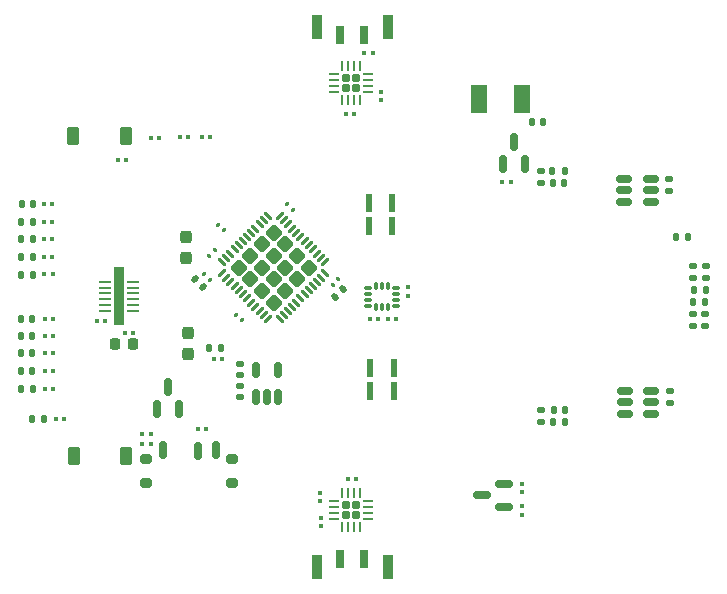
<source format=gbr>
%TF.GenerationSoftware,KiCad,Pcbnew,8.0.4-8.0.4-0~ubuntu22.04.1*%
%TF.CreationDate,2025-02-28T00:25:37+09:00*%
%TF.ProjectId,main,6d61696e-2e6b-4696-9361-645f70636258,rev?*%
%TF.SameCoordinates,Original*%
%TF.FileFunction,Paste,Top*%
%TF.FilePolarity,Positive*%
%FSLAX46Y46*%
G04 Gerber Fmt 4.6, Leading zero omitted, Abs format (unit mm)*
G04 Created by KiCad (PCBNEW 8.0.4-8.0.4-0~ubuntu22.04.1) date 2025-02-28 00:25:37*
%MOMM*%
%LPD*%
G01*
G04 APERTURE LIST*
G04 Aperture macros list*
%AMRoundRect*
0 Rectangle with rounded corners*
0 $1 Rounding radius*
0 $2 $3 $4 $5 $6 $7 $8 $9 X,Y pos of 4 corners*
0 Add a 4 corners polygon primitive as box body*
4,1,4,$2,$3,$4,$5,$6,$7,$8,$9,$2,$3,0*
0 Add four circle primitives for the rounded corners*
1,1,$1+$1,$2,$3*
1,1,$1+$1,$4,$5*
1,1,$1+$1,$6,$7*
1,1,$1+$1,$8,$9*
0 Add four rect primitives between the rounded corners*
20,1,$1+$1,$2,$3,$4,$5,0*
20,1,$1+$1,$4,$5,$6,$7,0*
20,1,$1+$1,$6,$7,$8,$9,0*
20,1,$1+$1,$8,$9,$2,$3,0*%
G04 Aperture macros list end*
%ADD10RoundRect,0.135000X0.135000X0.185000X-0.135000X0.185000X-0.135000X-0.185000X0.135000X-0.185000X0*%
%ADD11RoundRect,0.225000X0.225000X0.250000X-0.225000X0.250000X-0.225000X-0.250000X0.225000X-0.250000X0*%
%ADD12RoundRect,0.079500X0.127279X0.014849X0.014849X0.127279X-0.127279X-0.014849X-0.014849X-0.127279X0*%
%ADD13RoundRect,0.062500X0.220971X-0.309359X0.309359X-0.220971X-0.220971X0.309359X-0.309359X0.220971X0*%
%ADD14RoundRect,0.062500X-0.220971X-0.309359X0.309359X0.220971X0.220971X0.309359X-0.309359X-0.220971X0*%
%ADD15RoundRect,0.250000X0.000000X-0.445477X0.445477X0.000000X0.000000X0.445477X-0.445477X0.000000X0*%
%ADD16RoundRect,0.262500X-0.262500X-0.537500X0.262500X-0.537500X0.262500X0.537500X-0.262500X0.537500X0*%
%ADD17RoundRect,0.079500X-0.079500X-0.100500X0.079500X-0.100500X0.079500X0.100500X-0.079500X0.100500X0*%
%ADD18RoundRect,0.135000X-0.135000X-0.185000X0.135000X-0.185000X0.135000X0.185000X-0.135000X0.185000X0*%
%ADD19RoundRect,0.147500X-0.147500X-0.172500X0.147500X-0.172500X0.147500X0.172500X-0.147500X0.172500X0*%
%ADD20RoundRect,0.237500X-0.237500X0.287500X-0.237500X-0.287500X0.237500X-0.287500X0.237500X0.287500X0*%
%ADD21RoundRect,0.079500X0.079500X0.100500X-0.079500X0.100500X-0.079500X-0.100500X0.079500X-0.100500X0*%
%ADD22RoundRect,0.140000X-0.170000X0.140000X-0.170000X-0.140000X0.170000X-0.140000X0.170000X0.140000X0*%
%ADD23RoundRect,0.135000X0.185000X-0.135000X0.185000X0.135000X-0.185000X0.135000X-0.185000X-0.135000X0*%
%ADD24RoundRect,0.150000X-0.512500X-0.150000X0.512500X-0.150000X0.512500X0.150000X-0.512500X0.150000X0*%
%ADD25RoundRect,0.135000X-0.185000X0.135000X-0.185000X-0.135000X0.185000X-0.135000X0.185000X0.135000X0*%
%ADD26RoundRect,0.079500X-0.127279X-0.014849X-0.014849X-0.127279X0.127279X0.014849X0.014849X0.127279X0*%
%ADD27R,0.900000X5.000000*%
%ADD28R,1.000000X0.280000*%
%ADD29RoundRect,0.079500X0.100500X-0.079500X0.100500X0.079500X-0.100500X0.079500X-0.100500X-0.079500X0*%
%ADD30RoundRect,0.140000X0.021213X-0.219203X0.219203X-0.021213X-0.021213X0.219203X-0.219203X0.021213X0*%
%ADD31RoundRect,0.062500X0.325000X-0.062500X0.325000X0.062500X-0.325000X0.062500X-0.325000X-0.062500X0*%
%ADD32RoundRect,0.062500X0.062500X-0.325000X0.062500X0.325000X-0.062500X0.325000X-0.062500X-0.325000X0*%
%ADD33RoundRect,0.177500X0.177500X-0.177500X0.177500X0.177500X-0.177500X0.177500X-0.177500X-0.177500X0*%
%ADD34R,1.450000X2.400000*%
%ADD35RoundRect,0.087500X-0.087500X-0.225000X0.087500X-0.225000X0.087500X0.225000X-0.087500X0.225000X0*%
%ADD36RoundRect,0.087500X-0.225000X-0.087500X0.225000X-0.087500X0.225000X0.087500X-0.225000X0.087500X0*%
%ADD37RoundRect,0.175000X-0.175000X-0.575000X0.175000X-0.575000X0.175000X0.575000X-0.175000X0.575000X0*%
%ADD38RoundRect,0.200000X-0.300000X-0.200000X0.300000X-0.200000X0.300000X0.200000X-0.300000X0.200000X0*%
%ADD39RoundRect,0.140000X-0.140000X-0.170000X0.140000X-0.170000X0.140000X0.170000X-0.140000X0.170000X0*%
%ADD40RoundRect,0.237500X0.237500X-0.287500X0.237500X0.287500X-0.237500X0.287500X-0.237500X-0.287500X0*%
%ADD41RoundRect,0.140000X0.140000X0.170000X-0.140000X0.170000X-0.140000X-0.170000X0.140000X-0.170000X0*%
%ADD42R,0.900000X2.100000*%
%ADD43R,0.700000X1.500000*%
%ADD44RoundRect,0.062500X-0.325000X0.062500X-0.325000X-0.062500X0.325000X-0.062500X0.325000X0.062500X0*%
%ADD45RoundRect,0.062500X-0.062500X0.325000X-0.062500X-0.325000X0.062500X-0.325000X0.062500X0.325000X0*%
%ADD46RoundRect,0.177500X-0.177500X0.177500X-0.177500X-0.177500X0.177500X-0.177500X0.177500X0.177500X0*%
%ADD47RoundRect,0.140000X0.170000X-0.140000X0.170000X0.140000X-0.170000X0.140000X-0.170000X-0.140000X0*%
%ADD48RoundRect,0.150000X0.150000X-0.512500X0.150000X0.512500X-0.150000X0.512500X-0.150000X-0.512500X0*%
%ADD49RoundRect,0.150000X0.150000X-0.587500X0.150000X0.587500X-0.150000X0.587500X-0.150000X-0.587500X0*%
%ADD50RoundRect,0.079500X-0.014849X0.127279X-0.127279X0.014849X0.014849X-0.127279X0.127279X-0.014849X0*%
%ADD51RoundRect,0.150000X0.587500X0.150000X-0.587500X0.150000X-0.587500X-0.150000X0.587500X-0.150000X0*%
%ADD52RoundRect,0.079500X0.014849X-0.127279X0.127279X-0.014849X-0.014849X0.127279X-0.127279X0.014849X0*%
%ADD53RoundRect,0.079500X-0.100500X0.079500X-0.100500X-0.079500X0.100500X-0.079500X0.100500X0.079500X0*%
%ADD54RoundRect,0.140000X0.219203X0.021213X0.021213X0.219203X-0.219203X-0.021213X-0.021213X-0.219203X0*%
%ADD55R,0.600000X1.500000*%
G04 APERTURE END LIST*
D10*
%TO.C,R8*%
X150065000Y-101750000D03*
X151085000Y-101750000D03*
%TD*%
D11*
%TO.C,C15*%
X142075000Y-101400000D03*
X143625000Y-101400000D03*
%TD*%
D12*
%TO.C,C4*%
X149659193Y-95511409D03*
X150147097Y-95999313D03*
%TD*%
D13*
%TO.C,U1*%
X151149777Y-94458533D03*
X151503330Y-94104980D03*
X151856884Y-93751426D03*
X152210437Y-93397873D03*
X152563990Y-93044320D03*
X152917544Y-92690766D03*
X153271097Y-92337213D03*
X153624651Y-91983659D03*
X153978204Y-91630106D03*
X154331757Y-91276553D03*
X154685311Y-90922999D03*
X155038864Y-90569446D03*
D14*
X156011136Y-90569446D03*
X156364689Y-90922999D03*
X156718243Y-91276553D03*
X157071796Y-91630106D03*
X157425349Y-91983659D03*
X157778903Y-92337213D03*
X158132456Y-92690766D03*
X158486010Y-93044320D03*
X158839563Y-93397873D03*
X159193116Y-93751426D03*
X159546670Y-94104980D03*
X159900223Y-94458533D03*
D13*
X159900223Y-95430805D03*
X159546670Y-95784358D03*
X159193116Y-96137912D03*
X158839563Y-96491465D03*
X158486010Y-96845018D03*
X158132456Y-97198572D03*
X157778903Y-97552125D03*
X157425349Y-97905679D03*
X157071796Y-98259232D03*
X156718243Y-98612785D03*
X156364689Y-98966339D03*
X156011136Y-99319892D03*
D14*
X155038864Y-99319892D03*
X154685311Y-98966339D03*
X154331757Y-98612785D03*
X153978204Y-98259232D03*
X153624651Y-97905679D03*
X153271097Y-97552125D03*
X152917544Y-97198572D03*
X152563990Y-96845018D03*
X152210437Y-96491465D03*
X151856884Y-96137912D03*
X151503330Y-95784358D03*
X151149777Y-95430805D03*
D15*
X158494848Y-94944669D03*
X157504899Y-93954720D03*
X156514949Y-92964770D03*
X155525000Y-91974821D03*
X157504899Y-95934618D03*
X156514949Y-94944669D03*
X155525000Y-93954720D03*
X154535051Y-92964770D03*
X156514949Y-96924568D03*
X155525000Y-95934618D03*
X154535051Y-94944669D03*
X153545101Y-93954720D03*
X155525000Y-97914517D03*
X154535051Y-96924568D03*
X153545101Y-95934618D03*
X152555152Y-94944669D03*
%TD*%
D16*
%TO.C,SW1*%
X142975001Y-83800000D03*
X138524999Y-83800000D03*
%TD*%
D17*
%TO.C,R23*%
X175575000Y-87650000D03*
X174885000Y-87650000D03*
%TD*%
D18*
%TO.C,R25*%
X192077124Y-97866340D03*
X191057124Y-97866340D03*
%TD*%
D19*
%TO.C,D7*%
X135077501Y-99250001D03*
X134107501Y-99250001D03*
%TD*%
D17*
%TO.C,R7*%
X151115000Y-102634997D03*
X150425000Y-102634997D03*
%TD*%
D20*
%TO.C,L1*%
X148225000Y-102224999D03*
X148225000Y-100475001D03*
%TD*%
D21*
%TO.C,R19*%
X136175000Y-102200001D03*
X136865000Y-102200001D03*
%TD*%
D19*
%TO.C,D6*%
X135125000Y-95525000D03*
X134155000Y-95525000D03*
%TD*%
D22*
%TO.C,C18*%
X152655000Y-104017500D03*
X152655000Y-103057500D03*
%TD*%
D23*
%TO.C,R35*%
X189040000Y-105415001D03*
X189040000Y-106434999D03*
%TD*%
D24*
%TO.C,U7*%
X187502500Y-105400000D03*
X187502500Y-106350000D03*
X187502500Y-107300000D03*
X185227500Y-107300000D03*
X185227500Y-106350000D03*
X185227500Y-105400000D03*
%TD*%
D17*
%TO.C,R10*%
X162330000Y-81937501D03*
X161640000Y-81937501D03*
%TD*%
D21*
%TO.C,R17*%
X136182501Y-99250002D03*
X136872501Y-99250002D03*
%TD*%
D17*
%TO.C,R31*%
X148240000Y-83920000D03*
X147550000Y-83920000D03*
%TD*%
D25*
%TO.C,R4*%
X192100000Y-95844999D03*
X192100000Y-94825001D03*
%TD*%
D17*
%TO.C,R22*%
X145095000Y-109020709D03*
X144405000Y-109020709D03*
%TD*%
D19*
%TO.C,D9*%
X135085000Y-102200000D03*
X134115000Y-102200000D03*
%TD*%
D21*
%TO.C,R18*%
X136177498Y-100750000D03*
X136867498Y-100750000D03*
%TD*%
D19*
%TO.C,D10*%
X135095000Y-103675000D03*
X134125000Y-103675000D03*
%TD*%
D18*
%TO.C,R5*%
X192085000Y-96835000D03*
X191065000Y-96835000D03*
%TD*%
D21*
%TO.C,C14*%
X142945001Y-100475000D03*
X143635001Y-100475000D03*
%TD*%
D26*
%TO.C,C6*%
X157115989Y-90069875D03*
X156628085Y-89581971D03*
%TD*%
D24*
%TO.C,U8*%
X187487500Y-87450000D03*
X187487500Y-88400000D03*
X187487500Y-89350000D03*
X185212500Y-89350000D03*
X185212500Y-88400000D03*
X185212500Y-87450000D03*
%TD*%
D19*
%TO.C,D11*%
X135105000Y-105175000D03*
X134135000Y-105175000D03*
%TD*%
D21*
%TO.C,R9*%
X137100000Y-107775000D03*
X137790000Y-107775000D03*
%TD*%
%TO.C,R15*%
X136071000Y-94050000D03*
X136761000Y-94050000D03*
%TD*%
%TO.C,R16*%
X136106000Y-95516001D03*
X136796000Y-95516001D03*
%TD*%
D23*
%TO.C,R36*%
X189000000Y-87440001D03*
X189000000Y-88459999D03*
%TD*%
D27*
%TO.C,U4*%
X142400000Y-97375000D03*
D28*
X141200000Y-98625000D03*
X141199999Y-98125000D03*
X141200000Y-97625000D03*
X141200000Y-97125001D03*
X141200000Y-96625000D03*
X141200000Y-96125000D03*
X143600000Y-96125000D03*
X143600000Y-96625000D03*
X143600000Y-97125000D03*
X143600000Y-97625000D03*
X143600000Y-98125000D03*
X143600000Y-98625000D03*
%TD*%
D21*
%TO.C,R12*%
X136095000Y-89575000D03*
X136785000Y-89575000D03*
%TD*%
D29*
%TO.C,R33*%
X176512502Y-115154998D03*
X176512502Y-115844998D03*
%TD*%
D30*
%TO.C,C2*%
X161388681Y-96788449D03*
X160709859Y-97467271D03*
%TD*%
D31*
%TO.C,U2*%
X160612500Y-116200000D03*
X160612500Y-115700000D03*
X160612500Y-115200000D03*
X160612500Y-114700000D03*
D32*
X161325000Y-113987500D03*
X161825000Y-113987500D03*
X162325000Y-113987500D03*
X162825000Y-113987500D03*
D31*
X163537500Y-114700000D03*
X163537500Y-115200000D03*
X163537500Y-115700000D03*
X163537500Y-116200000D03*
D32*
X162825000Y-116912500D03*
X162325000Y-116912500D03*
X161825000Y-116912500D03*
X161325000Y-116912500D03*
D33*
X162515000Y-115010000D03*
X161635000Y-115010000D03*
X162515000Y-115890000D03*
X161635000Y-115890000D03*
%TD*%
D29*
%TO.C,R34*%
X176512502Y-113234998D03*
X176512502Y-113924998D03*
%TD*%
D21*
%TO.C,R14*%
X136071000Y-92550000D03*
X136761000Y-92550000D03*
%TD*%
D22*
%TO.C,C21*%
X191027124Y-99846340D03*
X191027124Y-98886340D03*
%TD*%
D34*
%TO.C,SP1*%
X172914499Y-80625000D03*
X176564499Y-80625000D03*
%TD*%
D12*
%TO.C,C8*%
X152331048Y-98925715D03*
X152818952Y-99413619D03*
%TD*%
D35*
%TO.C,U3*%
X164175001Y-96487500D03*
X164675000Y-96487500D03*
X165174999Y-96487500D03*
D36*
X165837501Y-96650000D03*
X165837500Y-97150000D03*
X165837500Y-97650000D03*
X165837501Y-98150000D03*
D35*
X165174999Y-98312500D03*
X164675000Y-98312500D03*
X164175001Y-98312500D03*
D36*
X163512499Y-98150000D03*
X163512500Y-97650000D03*
X163512500Y-97150000D03*
X163512499Y-96650000D03*
%TD*%
D29*
%TO.C,R3*%
X159525000Y-116155000D03*
X159525000Y-116845000D03*
%TD*%
D21*
%TO.C,R20*%
X136175000Y-103675000D03*
X136865000Y-103675000D03*
%TD*%
D37*
%TO.C,SW2*%
X150625000Y-110402200D03*
X149125000Y-110425000D03*
X146125000Y-110374200D03*
D38*
X152025000Y-113202200D03*
X152025000Y-111102200D03*
X144725000Y-113202200D03*
X144725000Y-111102200D03*
%TD*%
D21*
%TO.C,R32*%
X149425000Y-83910000D03*
X150115000Y-83910000D03*
%TD*%
D39*
%TO.C,C22*%
X180140000Y-87775002D03*
X179180000Y-87775002D03*
%TD*%
D21*
%TO.C,R6*%
X149127499Y-108597501D03*
X149817499Y-108597501D03*
%TD*%
D40*
%TO.C,L2*%
X148100000Y-92375001D03*
X148100000Y-94124999D03*
%TD*%
D41*
%TO.C,C25*%
X189600000Y-92349999D03*
X190560000Y-92349999D03*
%TD*%
D19*
%TO.C,D2*%
X135160000Y-89575000D03*
X134190000Y-89575000D03*
%TD*%
D42*
%TO.C,J2*%
X159175000Y-120325000D03*
D43*
X163175000Y-119625000D03*
X161175000Y-119625000D03*
D42*
X165175000Y-120325000D03*
%TD*%
D44*
%TO.C,U6*%
X163512500Y-78562500D03*
X163512500Y-79062500D03*
X163512500Y-79562500D03*
X163512500Y-80062500D03*
D45*
X162800000Y-80775000D03*
X162300000Y-80775000D03*
X161800000Y-80775000D03*
X161300000Y-80775000D03*
D44*
X160587500Y-80062500D03*
X160587500Y-79562500D03*
X160587500Y-79062500D03*
X160587500Y-78562500D03*
D45*
X161300000Y-77850000D03*
X161800000Y-77850000D03*
X162300000Y-77850000D03*
X162800000Y-77850000D03*
D46*
X161610000Y-79752500D03*
X162490000Y-79752500D03*
X161610000Y-78872500D03*
X162490000Y-78872500D03*
%TD*%
D19*
%TO.C,D4*%
X135123000Y-92550000D03*
X134153000Y-92550000D03*
%TD*%
D39*
%TO.C,C23*%
X180169999Y-106954999D03*
X179209999Y-106954999D03*
%TD*%
D21*
%TO.C,R21*%
X136185000Y-105175000D03*
X136875000Y-105175000D03*
%TD*%
D47*
%TO.C,C17*%
X152675000Y-104957500D03*
X152675000Y-105917500D03*
%TD*%
D48*
%TO.C,U5*%
X154000001Y-103600000D03*
X155899999Y-103600000D03*
X155899999Y-105875000D03*
X154950000Y-105875000D03*
X154000001Y-105875000D03*
%TD*%
D19*
%TO.C,D8*%
X135087499Y-100750000D03*
X134117499Y-100750000D03*
%TD*%
D21*
%TO.C,C1*%
X142315002Y-85800000D03*
X143005002Y-85800000D03*
%TD*%
%TO.C,R2*%
X161795000Y-112867502D03*
X162485000Y-112867502D03*
%TD*%
D49*
%TO.C,Q3*%
X175880000Y-84287499D03*
X176830000Y-86162500D03*
X174930000Y-86162500D03*
%TD*%
D10*
%TO.C,R28*%
X179155001Y-108030000D03*
X180174999Y-108030000D03*
%TD*%
D23*
%TO.C,R27*%
X178140000Y-86740003D03*
X178140000Y-87760001D03*
%TD*%
D50*
%TO.C,C5*%
X160508334Y-96431362D03*
X160996238Y-95943458D03*
%TD*%
D51*
%TO.C,Q7*%
X173150001Y-114224999D03*
X175025002Y-113274999D03*
X175025002Y-115174999D03*
%TD*%
D19*
%TO.C,D1*%
X136060000Y-107775000D03*
X135090000Y-107775000D03*
%TD*%
D52*
%TO.C,C7*%
X150562877Y-93436762D03*
X150074973Y-93924666D03*
%TD*%
D26*
%TO.C,R1*%
X151318953Y-91788620D03*
X150831049Y-91300716D03*
%TD*%
D53*
%TO.C,C19*%
X164637499Y-80732501D03*
X164637499Y-80042501D03*
%TD*%
D21*
%TO.C,R13*%
X136047000Y-91050000D03*
X136737000Y-91050000D03*
%TD*%
%TO.C,R30*%
X145160000Y-83940000D03*
X145850000Y-83940000D03*
%TD*%
D19*
%TO.C,D3*%
X135135000Y-91050000D03*
X134165000Y-91050000D03*
%TD*%
D21*
%TO.C,C13*%
X140530000Y-99425000D03*
X141220000Y-99425000D03*
%TD*%
D19*
%TO.C,D5*%
X135123000Y-94050000D03*
X134153000Y-94050000D03*
%TD*%
D29*
%TO.C,C9*%
X159424998Y-114047498D03*
X159424998Y-114737498D03*
%TD*%
D21*
%TO.C,R11*%
X163205000Y-76762500D03*
X163895000Y-76762500D03*
%TD*%
D10*
%TO.C,R26*%
X179125001Y-86720000D03*
X180144999Y-86720000D03*
%TD*%
D23*
%TO.C,R24*%
X192077124Y-98856341D03*
X192077124Y-99876339D03*
%TD*%
D47*
%TO.C,C16*%
X191050000Y-94839999D03*
X191050000Y-95799999D03*
%TD*%
D54*
%TO.C,C3*%
X148816323Y-95925780D03*
X149495145Y-96604602D03*
%TD*%
D53*
%TO.C,C12*%
X166929999Y-97301001D03*
X166929999Y-96611001D03*
%TD*%
D16*
%TO.C,SW3*%
X143025001Y-110850000D03*
X138574999Y-110850000D03*
%TD*%
D41*
%TO.C,C24*%
X177395000Y-82625000D03*
X178355000Y-82625000D03*
%TD*%
D55*
%TO.C,J1*%
X165674600Y-105400001D03*
X163674600Y-105400000D03*
X163674600Y-103400001D03*
X165674600Y-103400000D03*
%TD*%
D21*
%TO.C,C20*%
X144405712Y-109875000D03*
X145095712Y-109875000D03*
%TD*%
D42*
%TO.C,J7*%
X165175000Y-74525000D03*
D43*
X161175000Y-75225000D03*
X163175000Y-75225000D03*
D42*
X159175000Y-74525000D03*
%TD*%
D21*
%TO.C,C11*%
X165179999Y-99306001D03*
X165869999Y-99306001D03*
%TD*%
D49*
%TO.C,Q2*%
X146575000Y-105024999D03*
X147525000Y-106900000D03*
X145625000Y-106900000D03*
%TD*%
D17*
%TO.C,C10*%
X164390000Y-99300000D03*
X163700000Y-99300000D03*
%TD*%
D55*
%TO.C,J6*%
X163575400Y-89449999D03*
X165575400Y-89450000D03*
X165575400Y-91449999D03*
X163575400Y-91450000D03*
%TD*%
D25*
%TO.C,R29*%
X178164999Y-108024998D03*
X178164999Y-107005000D03*
%TD*%
M02*

</source>
